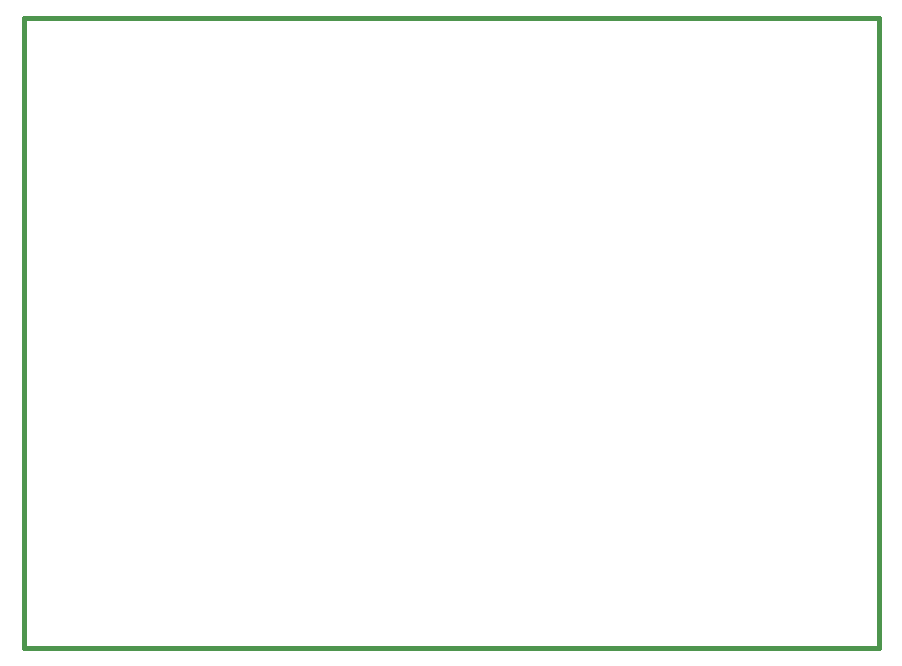
<source format=gbr>
G04 (created by PCBNEW (2013-jul-07)-stable) date Thu 03 Sep 2015 05:45:47 PM PDT*
%MOIN*%
G04 Gerber Fmt 3.4, Leading zero omitted, Abs format*
%FSLAX34Y34*%
G01*
G70*
G90*
G04 APERTURE LIST*
%ADD10C,0.00590551*%
%ADD11C,0.00393701*%
%ADD12C,0.015*%
G04 APERTURE END LIST*
G54D10*
G54D11*
X75625Y-52250D02*
X75625Y-52225D01*
G54D12*
X47125Y-52250D02*
X75625Y-52250D01*
X75625Y-31250D02*
X75625Y-52225D01*
X47125Y-31250D02*
X75625Y-31250D01*
X47125Y-52250D02*
X47125Y-31250D01*
M02*

</source>
